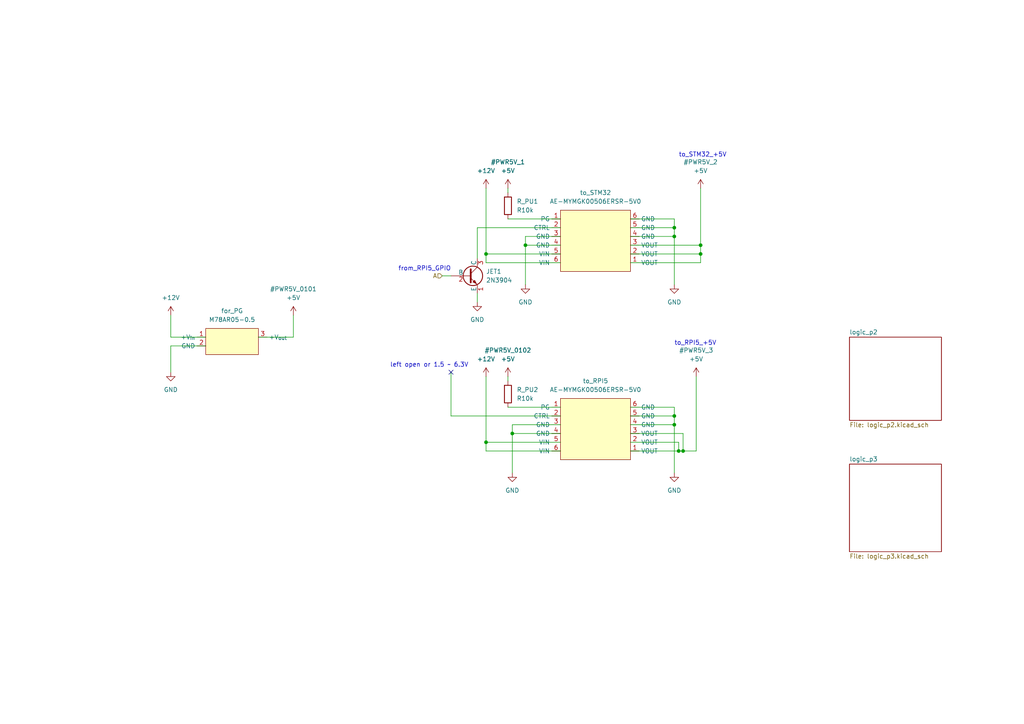
<source format=kicad_sch>
(kicad_sch (version 20211123) (generator eeschema)
  (paper "A4")
  (lib_symbols
    (symbol "DCDC_Converter:AE-MYMGK00506ERSR-5V0"
      (property "Reference" "to_STM32" (at 0 17.78 0))
      (property "Value" "AE-MYMGK00506ERSR-5V0" (at 0 15.24 0))
      (symbol "AE-MYMGK00506ERSR-5V0_0_1"
        (rectangle (start -10.16 12.7) (end 10.16 -5.08) (fill (type background)))
      )
      (symbol "AE-MYMGK00506ERSR-5V0_1_1"
        (pin input line (at -10.16 10.16 180) (length 2.54) (name "PG") (number "1"))
        (pin power_out line (at 10.16 -2.54 0) (length 2.54) (name "VOUT") (number "1"))
        (pin input line (at -10.16 7.62 180) (length 2.54) (name "CTRL") (number "2"))
        (pin power_out line (at 10.16 0 0) (length 2.54) (name "VOUT") (number "2"))
        (pin power_in line (at -10.16 5.08 180) (length 2.54) (name "GND") (number "3"))
        (pin power_out line (at 10.16 2.54 0) (length 2.54) (name "VOUT") (number "3"))
        (pin power_in line (at -10.16 2.54 180) (length 2.54) (name "GND") (number "4"))
        (pin power_in line (at 10.16 5.08 0) (length 2.54) (name "GND") (number "4"))
        (pin power_in line (at 10.16 7.62 0) (length 2.54) (name "GND") (number "5"))
        (pin power_in line (at -10.16 0 180) (length 2.54) (name "VIN") (number "5"))
        (pin power_in line (at 10.16 10.16 0) (length 2.54) (name "GND") (number "6"))
        (pin power_in line (at -10.16 -2.54 180) (length 2.54) (name "VIN") (number "6"))
      )
    )
    (symbol "DCDC_Converter:M78AR05-0.5"
      (property "Reference" "U" (at 0 10.16 0))
      (property "Value" "M78AR05-0.5" (at 0 7.62 0))
      (symbol "M78AR05-0.5_0_1"
        (rectangle (start -7.62 5.08) (end 7.62 -2.54) (fill (type background)))
      )
      (symbol "M78AR05-0.5_1_1"
        (pin power_in line (at -7.62 2.54 180) (length 2.54) (name "+V_{in}") (number "1"))
        (pin power_in line (at -7.62 0 180) (length 2.54) (name "GND") (number "2"))
        (pin power_out line (at 7.62 2.54 0) (length 2.54) (name "+V_{out}") (number "3"))
      )
    )
    (symbol "Device:R" (pin_numbers hide) (pin_names (offset 0))
      (property "Reference" "R" (at 2.032 0 90))
      (property "Value" "R" (at 0 0 90))
      (symbol "R_0_1"
        (rectangle (start -1.016 -2.54) (end 1.016 2.54) (stroke (width 0.254)))
      )
      (symbol "R_1_1"
        (pin passive line (at 0 3.81 270) (length 1.27) (name "~") (number "1"))
        (pin passive line (at 0 -3.81 90) (length 1.27) (name "~") (number "2"))
      )
    )
    (symbol "Transistor_BJT:2N3904" (pin_names (offset 0))
      (property "Reference" "Q" (at 5.08 1.905 0))
      (property "Value" "2N3904" (at 5.08 0 0))
      (symbol "2N3904_0_1"
        (polyline (pts (xy 0.635 0.635) (xy 2.54 2.54)))
        (polyline (pts (xy 0.635 -0.635) (xy 2.54 -2.54) (xy 2.54 -2.54)))
        (polyline (pts (xy 0.635 1.905) (xy 0.635 -1.905) (xy 0.635 -1.905)) (stroke (width 0.508)))
        (polyline (pts (xy 1.27 -1.778) (xy 1.778 -1.27) (xy 2.286 -2.286) (xy 1.27 -1.778) (xy 1.27 -1.778)) (fill (type outline)))
        (circle (center 1.27 0) (radius 2.8194) (stroke (width 0.254)))
      )
      (symbol "2N3904_1_1"
        (pin passive line (at 2.54 -5.08 90) (length 2.54) (name "E") (number "1"))
        (pin passive line (at -5.08 0 0) (length 5.715) (name "B") (number "2"))
        (pin passive line (at 2.54 5.08 270) (length 2.54) (name "C") (number "3"))
      )
    )
    (symbol "power:+12V" (power) (pin_names (offset 0))
      (property "Value" "+12V" (at 0 3.556 0))
      (symbol "+12V_0_1"
        (polyline (pts (xy -0.762 1.27) (xy 0 2.54)))
        (polyline (pts (xy 0 0) (xy 0 2.54)))
        (polyline (pts (xy 0 2.54) (xy 0.762 1.27)))
      )
      (symbol "+12V_1_1"
        (pin power_in line (at 0 0 90) (length 0) hide (name "+12V") (number "1"))
      )
    )
    (symbol "power:+5V" (power) (pin_names (offset 0))
      (property "Value" "+5V" (at 0 3.556 0))
      (symbol "+5V_0_1"
        (polyline (pts (xy -0.762 1.27) (xy 0 2.54)))
        (polyline (pts (xy 0 0) (xy 0 2.54)))
        (polyline (pts (xy 0 2.54) (xy 0.762 1.27)))
      )
      (symbol "+5V_1_1"
        (pin power_in line (at 0 0 90) (length 0) hide (name "+5V") (number "1"))
      )
    )
    (symbol "power:GND" (power) (pin_names (offset 0))
      (property "Value" "GND" (at 0 -3.81 0))
      (symbol "GND_0_1"
        (polyline (pts (xy 0 0) (xy 0 -1.27) (xy 1.27 -1.27) (xy 0 -2.54) (xy -1.27 -1.27) (xy 0 -1.27)))
      )
      (symbol "GND_1_1"
        (pin power_in line (at 0 0 270) (length 0) hide (name "GND") (number "1"))
      )
    )
  )
  (junction (at 203.2 71.12))
  (junction (at 195.58 66.04))
  (junction (at 195.58 123.19))
  (junction (at 152.4 71.12))
  (junction (at 140.97 73.66))
  (junction (at 148.59 125.73))
  (junction (at 196.85 130.81))
  (junction (at 203.2 73.66))
  (junction (at 198.12 130.81))
  (junction (at 140.97 128.27))
  (junction (at 195.58 68.58))
  (junction (at 195.58 120.65))
  (no_connect (at 130.81 107.95))
  (wire (pts (xy 196.85 130.81) (xy 198.12 130.81)))
  (wire (pts (xy 182.88 76.2) (xy 203.2 76.2)))
  (wire (pts (xy 85.09 97.79) (xy 85.09 91.44)))
  (wire (pts (xy 196.85 128.27) (xy 196.85 130.81)))
  (wire (pts (xy 162.56 128.27) (xy 140.97 128.27)))
  (wire (pts (xy 182.88 125.73) (xy 198.12 125.73)))
  (wire (pts (xy 182.88 68.58) (xy 195.58 68.58)))
  (wire (pts (xy 152.4 71.12) (xy 152.4 82.55)))
  (wire (pts (xy 203.2 71.12) (xy 203.2 54.61)))
  (wire (pts (xy 140.97 128.27) (xy 140.97 109.22)))
  (wire (pts (xy 162.56 130.81) (xy 140.97 130.81)))
  (wire (pts (xy 128.27 80.01) (xy 130.81 80.01)))
  (wire (pts (xy 182.88 73.66) (xy 203.2 73.66)))
  (wire (pts (xy 195.58 68.58) (xy 195.58 82.55)))
  (wire (pts (xy 203.2 73.66) (xy 203.2 71.12)))
  (wire (pts (xy 203.2 76.2) (xy 203.2 73.66)))
  (wire (pts (xy 138.43 66.04) (xy 162.56 66.04)))
  (wire (pts (xy 152.4 68.58) (xy 152.4 71.12)))
  (wire (pts (xy 59.69 97.79) (xy 49.53 97.79)))
  (wire (pts (xy 182.88 118.11) (xy 195.58 118.11)))
  (wire (pts (xy 140.97 130.81) (xy 140.97 128.27)))
  (wire (pts (xy 148.59 123.19) (xy 148.59 125.73)))
  (wire (pts (xy 147.32 63.5) (xy 162.56 63.5)))
  (wire (pts (xy 195.58 120.65) (xy 195.58 123.19)))
  (wire (pts (xy 49.53 100.33) (xy 49.53 107.95)))
  (wire (pts (xy 152.4 68.58) (xy 162.56 68.58)))
  (wire (pts (xy 147.32 118.11) (xy 162.56 118.11)))
  (wire (pts (xy 195.58 123.19) (xy 195.58 137.16)))
  (wire (pts (xy 182.88 120.65) (xy 195.58 120.65)))
  (wire (pts (xy 182.88 66.04) (xy 195.58 66.04)))
  (wire (pts (xy 182.88 128.27) (xy 196.85 128.27)))
  (wire (pts (xy 130.81 107.95) (xy 130.81 120.65)))
  (wire (pts (xy 198.12 130.81) (xy 201.93 130.81)))
  (wire (pts (xy 195.58 66.04) (xy 195.58 68.58)))
  (wire (pts (xy 148.59 125.73) (xy 148.59 137.16)))
  (wire (pts (xy 201.93 109.22) (xy 201.93 130.81)))
  (wire (pts (xy 59.69 100.33) (xy 49.53 100.33)))
  (wire (pts (xy 148.59 123.19) (xy 162.56 123.19)))
  (wire (pts (xy 195.58 118.11) (xy 195.58 120.65)))
  (wire (pts (xy 49.53 97.79) (xy 49.53 91.44)))
  (wire (pts (xy 74.93 97.79) (xy 85.09 97.79)))
  (wire (pts (xy 182.88 63.5) (xy 195.58 63.5)))
  (wire (pts (xy 182.88 123.19) (xy 195.58 123.19)))
  (wire (pts (xy 138.43 85.09) (xy 138.43 87.63)))
  (wire (pts (xy 182.88 71.12) (xy 203.2 71.12)))
  (wire (pts (xy 162.56 76.2) (xy 140.97 76.2)))
  (wire (pts (xy 198.12 125.73) (xy 198.12 130.81)))
  (wire (pts (xy 140.97 73.66) (xy 162.56 73.66)))
  (wire (pts (xy 195.58 63.5) (xy 195.58 66.04)))
  (wire (pts (xy 130.81 120.65) (xy 162.56 120.65)))
  (wire (pts (xy 152.4 71.12) (xy 162.56 71.12)))
  (wire (pts (xy 138.43 66.04) (xy 138.43 74.93)))
  (wire (pts (xy 140.97 73.66) (xy 140.97 54.61)))
  (wire (pts (xy 148.59 125.73) (xy 162.56 125.73)))
  (wire (pts (xy 147.32 55.88) (xy 147.32 54.61)))
  (wire (pts (xy 147.32 110.49) (xy 147.32 109.22)))
  (wire (pts (xy 182.88 130.81) (xy 196.85 130.81)))
  (wire (pts (xy 140.97 76.2) (xy 140.97 73.66)))
  (text "to_RPI5_+5V" (at 195.58 100.33 0) (effects (font (size 1.27 1.27)) (justify left bottom)))
  (text "left open or 1.5 ~ 6.3V" (at 135.89 106.68 180) (effects (font (size 1.27 1.27)) (justify right bottom)))
  (text "from_RPI5_GPIO" (at 130.81 78.74 180) (effects (font (size 1.27 1.27)) (justify right bottom)))
  (text "to_STM32_+5V" (at 196.85 45.72 0) (effects (font (size 1.27 1.27)) (justify left bottom)))
  (hierarchical_label "A" (shape input) (at 128.27 80.01 180))
  (symbol (lib_id "Device:R") (at 147.32 114.3 0) (unit 1)
    (property "Reference" "R_PU2" (at 149.86 113.0299 0) (effects (justify left)))
    (property "Value" "R10k" (at 149.86 115.5699 0) (effects (justify left)))
  )
  (symbol (lib_id "DCDC_Converter:AE-MYMGK00506ERSR-5V0") (at 172.72 128.27 0) (unit 1)
    (property "Reference" "to_RPI5" (at 172.72 110.49 0))
    (property "Value" "AE-MYMGK00506ERSR-5V0" (at 172.72 113.03 0))
  )
  (symbol (lib_id "DCDC_Converter:M78AR05-0.5") (at 67.31 100.33 0) (unit 1)
    (property "Reference" "for_PG" (at 67.31 90.17 0))
    (property "Value" "M78AR05-0.5" (at 67.31 92.71 0))
  )
  (symbol (lib_id "power:GND") (at 195.58 137.16 0) (unit 1)
    (property "Reference" "#PWR?" (effects hide))
    (property "Value" "GND" (at 195.58 142.24 0))
  )
  (symbol (lib_id "power:GND") (at 49.53 107.95 0) (unit 1)
    (property "Reference" "#PWR?" (effects hide))
    (property "Value" "GND" (at 49.53 113.03 0))
  )
  (symbol (lib_id "power:+5V") (at 147.32 109.22 0) (unit 1)
    (property "Reference" "#PWR5V_1" (at 147.32 101.6 0))
    (property "Value" "+5V" (at 147.32 104.14 0))
  )
  (symbol (lib_id "power:+12V") (at 140.97 54.61 0) (unit 1)
    (property "Reference" "#PWR?" (effects hide))
    (property "Value" "+12V" (at 140.97 49.53 0))
  )
  (symbol (lib_id "power:GND") (at 138.43 87.63 0) (unit 1)
    (property "Reference" "#PWR?" (effects hide))
    (property "Value" "GND" (at 138.43 92.71 0))
  )
  (symbol (lib_id "DCDC_Converter:AE-MYMGK00506ERSR-5V0") (at 172.72 73.66 0) (unit 1)
    (property "Reference" "to_STM32" (at 172.72 55.88 0))
    (property "Value" "AE-MYMGK00506ERSR-5V0" (at 172.72 58.42 0))
  )
  (symbol (lib_id "power:+5V") (at 201.93 109.22 0) (unit 1)
    (property "Reference" "#PWR5V_3" (at 201.93 101.6 0))
    (property "Value" "+5V" (at 201.93 104.14 0))
  )
  (symbol (lib_id "Transistor_BJT:2N3904") (at 135.89 80.01 0) (unit 1)
    (property "Reference" "JET1" (at 140.97 78.7399 0) (effects (justify left)))
    (property "Value" "2N3904" (at 140.97 81.2799 0) (effects (justify left)))
    (property "Footprint" "Package_TO_SOT_THT:TO-92_Inline" (effects hide))
    (property "Datasheet" "https://www.onsemi.com/pub/Collateral/2N3903-D.PDF" (effects hide))
  )
  (symbol (lib_id "power:+5V") (at 147.32 54.61 0) (unit 1)
    (property "Reference" "#PWR5V_1" (at 147.32 46.99 0))
    (property "Value" "+5V" (at 147.32 49.53 0))
  )
  (symbol (lib_id "power:+12V") (at 140.97 109.22 0) (unit 1)
    (property "Reference" "#PWR?" (effects hide))
    (property "Value" "+12V" (at 140.97 104.14 0))
  )
  (symbol (lib_id "power:GND") (at 195.58 82.55 0) (unit 1)
    (property "Reference" "#PWR?" (effects hide))
    (property "Value" "GND" (at 195.58 87.63 0))
  )
  (symbol (lib_id "power:+12V") (at 49.53 91.44 0) (unit 1)
    (property "Reference" "#PWR?" (effects hide))
    (property "Value" "+12V" (at 49.53 86.36 0))
  )
  (symbol (lib_id "Device:R") (at 147.32 59.69 0) (unit 1)
    (property "Reference" "R_PU1" (at 149.86 58.4199 0) (effects (justify left)))
    (property "Value" "R10k" (at 149.86 60.9599 0) (effects (justify left)))
  )
  (symbol (lib_id "power:GND") (at 148.59 137.16 0) (unit 1)
    (property "Reference" "#PWR?" (effects hide))
    (property "Value" "GND" (at 148.59 142.24 0))
  )
  (symbol (lib_id "power:GND") (at 152.4 82.55 0) (unit 1)
    (property "Reference" "#PWR?" (effects hide))
    (property "Value" "GND" (at 152.4 87.63 0))
  )
  (symbol (lib_id "power:+5V") (at 85.09 91.44 0) (unit 1)
    (property "Reference" "#PWR5V_1" (at 85.09 83.82 0))
    (property "Value" "+5V" (at 85.09 86.36 0))
  )
  (symbol (lib_id "power:+5V") (at 203.2 54.61 0) (unit 1)
    (property "Reference" "#PWR5V_2" (at 203.2 46.99 0))
    (property "Value" "+5V" (at 203.2 49.53 0))
  )
  (sheet (at 246.38 134.62) (size 26.67 25.4) (stroke (width 0.1524))
    (property "Sheet name" "logic_p3" (at 246.38 133.9084 0) (effects (justify left bottom)))
    (property "Sheet file" "logic_p3.kicad_sch" (at 246.38 160.6046 0) (effects (justify left top)))
  )
  (sheet (at 246.38 97.79) (size 26.67 24.13) (stroke (width 0.1524))
    (property "Sheet name" "logic_p2" (at 246.38 97.0784 0) (effects (justify left bottom)))
    (property "Sheet file" "logic_p2.kicad_sch" (at 246.38 122.5046 0) (effects (justify left top)))
  )
)
</source>
